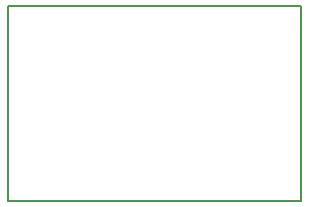
<source format=gbr>
G04 #@! TF.GenerationSoftware,KiCad,Pcbnew,(5.0.0)*
G04 #@! TF.CreationDate,2019-11-03T02:48:07+01:00*
G04 #@! TF.ProjectId,baum4,6261756D342E6B696361645F70636200,rev?*
G04 #@! TF.SameCoordinates,Original*
G04 #@! TF.FileFunction,Profile,NP*
%FSLAX46Y46*%
G04 Gerber Fmt 4.6, Leading zero omitted, Abs format (unit mm)*
G04 Created by KiCad (PCBNEW (5.0.0)) date 11/03/19 02:48:07*
%MOMM*%
%LPD*%
G01*
G04 APERTURE LIST*
%ADD10C,0.150000*%
%ADD11C,0.200000*%
G04 APERTURE END LIST*
D10*
X45085000Y-35560000D02*
X69850000Y-35560000D01*
X45085000Y-52070000D02*
X45085000Y-35560000D01*
X45085000Y-52070000D02*
X69850000Y-52070000D01*
D11*
X69850000Y-35560000D02*
X69850000Y-52070000D01*
M02*

</source>
